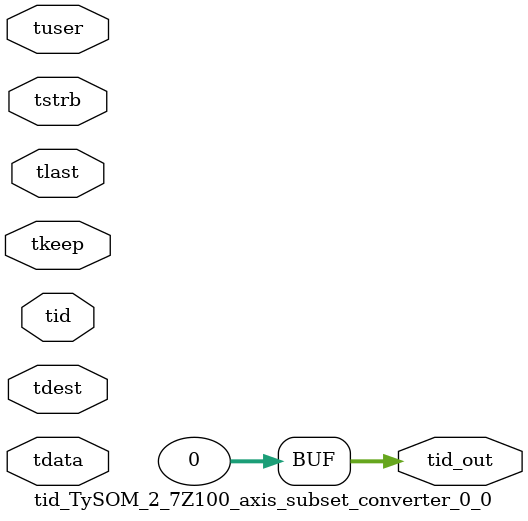
<source format=v>


`timescale 1ps/1ps

module tid_TySOM_2_7Z100_axis_subset_converter_0_0 #
(
parameter C_S_AXIS_TID_WIDTH   = 1,
parameter C_S_AXIS_TUSER_WIDTH = 0,
parameter C_S_AXIS_TDATA_WIDTH = 0,
parameter C_S_AXIS_TDEST_WIDTH = 0,
parameter C_M_AXIS_TID_WIDTH   = 32
)
(
input  [(C_S_AXIS_TID_WIDTH   == 0 ? 1 : C_S_AXIS_TID_WIDTH)-1:0       ] tid,
input  [(C_S_AXIS_TDATA_WIDTH == 0 ? 1 : C_S_AXIS_TDATA_WIDTH)-1:0     ] tdata,
input  [(C_S_AXIS_TUSER_WIDTH == 0 ? 1 : C_S_AXIS_TUSER_WIDTH)-1:0     ] tuser,
input  [(C_S_AXIS_TDEST_WIDTH == 0 ? 1 : C_S_AXIS_TDEST_WIDTH)-1:0     ] tdest,
input  [(C_S_AXIS_TDATA_WIDTH/8)-1:0 ] tkeep,
input  [(C_S_AXIS_TDATA_WIDTH/8)-1:0 ] tstrb,
input                                                                    tlast,
output [(C_M_AXIS_TID_WIDTH   == 0 ? 1 : C_M_AXIS_TID_WIDTH)-1:0       ] tid_out
);

assign tid_out = {1'b0};

endmodule


</source>
